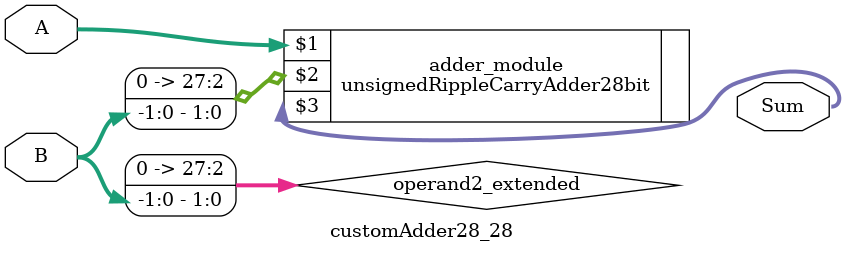
<source format=v>
module customAdder28_28(
                        input [27 : 0] A,
                        input [-1 : 0] B,
                        
                        output [28 : 0] Sum
                );

        wire [27 : 0] operand2_extended;
        
        assign operand2_extended =  {28'b0, B};
        
        unsignedRippleCarryAdder28bit adder_module(
            A,
            operand2_extended,
            Sum
        );
        
        endmodule
        
</source>
